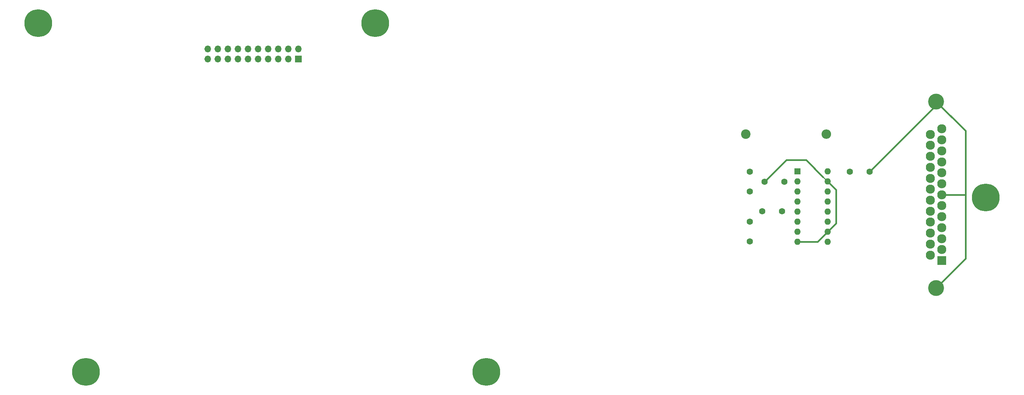
<source format=gbr>
G04 #@! TF.FileFunction,Copper,L1,Top,Signal*
%FSLAX46Y46*%
G04 Gerber Fmt 4.6, Leading zero omitted, Abs format (unit mm)*
G04 Created by KiCad (PCBNEW 4.0.7) date 07/16/18 22:43:41*
%MOMM*%
%LPD*%
G01*
G04 APERTURE LIST*
%ADD10C,0.100000*%
%ADD11C,1.600000*%
%ADD12R,1.600000X1.600000*%
%ADD13O,1.600000X1.600000*%
%ADD14C,2.400000*%
%ADD15O,2.400000X2.400000*%
%ADD16C,7.000000*%
%ADD17R,1.700000X1.700000*%
%ADD18O,1.700000X1.700000*%
%ADD19R,2.300000X2.300000*%
%ADD20C,2.300000*%
%ADD21C,4.000000*%
%ADD22C,0.400000*%
%ADD23C,0.250000*%
G04 APERTURE END LIST*
D10*
D11*
X207500000Y-73470000D03*
X207500000Y-78470000D03*
X210605000Y-83500000D03*
X215605000Y-83500000D03*
X211250000Y-76000000D03*
X216250000Y-76000000D03*
X207500000Y-91090000D03*
X207500000Y-86090000D03*
X237750000Y-73500000D03*
X232750000Y-73500000D03*
D12*
X219495000Y-73390000D03*
D13*
X227115000Y-91170000D03*
X219495000Y-75930000D03*
X227115000Y-88630000D03*
X219495000Y-78470000D03*
X227115000Y-86090000D03*
X219495000Y-81010000D03*
X227115000Y-83550000D03*
X219495000Y-83550000D03*
X227115000Y-81010000D03*
X219495000Y-86090000D03*
X227115000Y-78470000D03*
X219495000Y-88630000D03*
X227115000Y-75930000D03*
X219495000Y-91170000D03*
X227115000Y-73390000D03*
D14*
X206500000Y-64000000D03*
D15*
X226820000Y-64000000D03*
D16*
X141000000Y-124000000D03*
X40000000Y-124000000D03*
X267000000Y-80000000D03*
X28000000Y-36000000D03*
X113000000Y-36000000D03*
D17*
X93580000Y-45000000D03*
D18*
X93580000Y-42460000D03*
X91040000Y-45000000D03*
X91040000Y-42460000D03*
X88500000Y-45000000D03*
X88500000Y-42460000D03*
X85960000Y-45000000D03*
X85960000Y-42460000D03*
X83420000Y-45000000D03*
X83420000Y-42460000D03*
X80880000Y-45000000D03*
X80880000Y-42460000D03*
X78340000Y-45000000D03*
X78340000Y-42460000D03*
X75800000Y-45000000D03*
X75800000Y-42460000D03*
X73260000Y-45000000D03*
X73260000Y-42460000D03*
X70720000Y-45000000D03*
X70720000Y-42460000D03*
D19*
X255920000Y-95920000D03*
D20*
X255920000Y-93150000D03*
X255920000Y-90380000D03*
X255920000Y-87610000D03*
X255920000Y-84840000D03*
X255920000Y-82070000D03*
X255920000Y-79300000D03*
X255920000Y-76530000D03*
X255920000Y-73760000D03*
X255920000Y-70990000D03*
X255920000Y-68220000D03*
X255920000Y-65450000D03*
X255920000Y-62680000D03*
X253080000Y-94535000D03*
X253080000Y-91765000D03*
X253080000Y-88995000D03*
X253080000Y-86225000D03*
X253080000Y-83455000D03*
X253080000Y-80685000D03*
X253080000Y-77915000D03*
X253080000Y-75145000D03*
X253080000Y-72375000D03*
X253080000Y-69605000D03*
X253080000Y-66835000D03*
X253080000Y-64065000D03*
D21*
X254500000Y-55750000D03*
X254500000Y-102850000D03*
D22*
X211250000Y-76000000D02*
X216750000Y-70500000D01*
X216750000Y-70500000D02*
X221685000Y-70500000D01*
X221685000Y-70500000D02*
X225989999Y-74804999D01*
X237750000Y-73500000D02*
X254500000Y-56750000D01*
D23*
X254500000Y-56750000D02*
X254500000Y-55750000D01*
D22*
X261950000Y-79300000D02*
X261950000Y-95400000D01*
X261950000Y-95400000D02*
X254500000Y-102850000D01*
X261950000Y-79300000D02*
X261950000Y-63200000D01*
X261950000Y-63200000D02*
X254500000Y-55750000D01*
X255920000Y-79300000D02*
X261950000Y-79300000D01*
X227115000Y-88630000D02*
X224575000Y-91170000D01*
X224575000Y-91170000D02*
X219495000Y-91170000D01*
D23*
X225989999Y-74804999D02*
X227115000Y-75930000D01*
D22*
X227115000Y-88630000D02*
X229250000Y-86495000D01*
X229250000Y-86495000D02*
X229250000Y-78065000D01*
X229250000Y-78065000D02*
X227115000Y-75930000D01*
M02*

</source>
